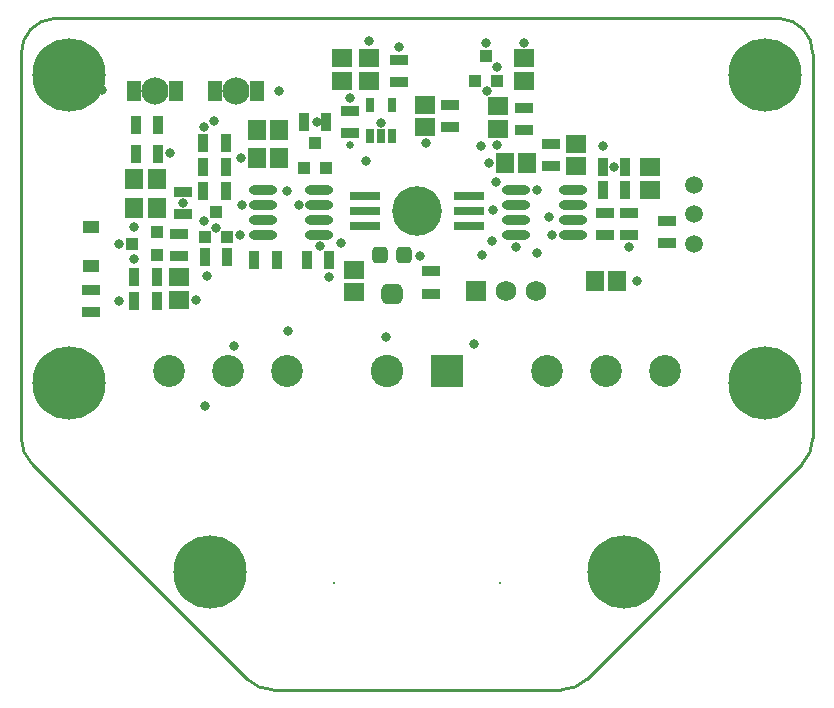
<source format=gts>
G04*
G04 #@! TF.GenerationSoftware,Altium Limited,CircuitStudio,1.5.2 (1.5.2.30)*
G04*
G04 Layer_Color=20142*
%FSLAX44Y44*%
%MOMM*%
G71*
G01*
G75*
%ADD23C,0.2540*%
%ADD42R,1.5032X0.9032*%
%ADD43R,1.4232X1.1132*%
%ADD44R,1.1532X1.8032*%
%ADD45R,1.5032X1.8032*%
%ADD46R,1.8032X1.5032*%
%ADD47R,1.0160X1.1176*%
%ADD48R,1.1176X1.0160*%
%ADD49R,0.9032X1.5032*%
%ADD50O,2.4032X0.8032*%
%ADD51R,0.8032X1.2032*%
%ADD52R,2.5032X0.8032*%
G04:AMPARAMS|DCode=53|XSize=1.4032mm|YSize=1.4032mm|CornerRadius=0.4016mm|HoleSize=0mm|Usage=FLASHONLY|Rotation=180.000|XOffset=0mm|YOffset=0mm|HoleType=Round|Shape=RoundedRectangle|*
%AMROUNDEDRECTD53*
21,1,1.4032,0.6000,0,0,180.0*
21,1,0.6000,1.4032,0,0,180.0*
1,1,0.8032,-0.3000,0.3000*
1,1,0.8032,0.3000,0.3000*
1,1,0.8032,0.3000,-0.3000*
1,1,0.8032,-0.3000,-0.3000*
%
%ADD53ROUNDEDRECTD53*%
G04:AMPARAMS|DCode=54|XSize=1.8032mm|YSize=1.7032mm|CornerRadius=0.4766mm|HoleSize=0mm|Usage=FLASHONLY|Rotation=180.000|XOffset=0mm|YOffset=0mm|HoleType=Round|Shape=RoundedRectangle|*
%AMROUNDEDRECTD54*
21,1,1.8032,0.7500,0,0,180.0*
21,1,0.8500,1.7032,0,0,180.0*
1,1,0.9532,-0.4250,0.3750*
1,1,0.9532,0.4250,0.3750*
1,1,0.9532,0.4250,-0.3750*
1,1,0.9532,-0.4250,-0.3750*
%
%ADD54ROUNDEDRECTD54*%
%ADD55C,0.2032*%
%ADD56C,2.3032*%
%ADD57C,4.2032*%
%ADD58C,6.2032*%
%ADD59R,1.7272X1.7272*%
%ADD60C,1.7272*%
%ADD61C,2.7032*%
%ADD62C,2.7432*%
%ADD63R,2.7432X2.7432*%
%ADD64C,1.5032*%
%ADD65C,0.8032*%
%ADD66C,0.6532*%
D23*
X160000Y452700D02*
G03*
X168980Y431020I30661J0D01*
G01*
X351020Y248980D02*
G03*
X372700Y240000I21680J21680D01*
G01*
X617300D02*
G03*
X638980Y248980I0J30661D01*
G01*
X821020Y431020D02*
G03*
X830000Y452700I-21680J21680D01*
G01*
Y778300D02*
G03*
X801580Y808300I-29210J790D01*
G01*
X188420D02*
G03*
X160000Y778300I790J-29210D01*
G01*
Y452700D02*
Y458300D01*
X168980Y431020D02*
X351020Y248980D01*
X372700Y240000D02*
X617300D01*
X638980Y248980D02*
X821020Y431020D01*
X830000Y452700D02*
Y458300D01*
X188420Y808300D02*
X801580D01*
X830000Y458300D02*
Y778300D01*
X160000Y458300D02*
Y778300D01*
D42*
X707000Y617750D02*
D03*
Y636750D02*
D03*
X296880Y642460D02*
D03*
Y661460D02*
D03*
X653750Y624680D02*
D03*
Y643680D02*
D03*
X608030Y683100D02*
D03*
Y702100D02*
D03*
X674070Y624680D02*
D03*
Y643680D02*
D03*
X506430Y594150D02*
D03*
Y575150D02*
D03*
X585170Y713580D02*
D03*
Y732580D02*
D03*
X218840Y559500D02*
D03*
Y578500D02*
D03*
X522940Y735120D02*
D03*
Y716120D02*
D03*
X479760Y773220D02*
D03*
Y754220D02*
D03*
X437850Y730040D02*
D03*
Y711040D02*
D03*
X293070Y625900D02*
D03*
Y606900D02*
D03*
D43*
X218840Y598650D02*
D03*
Y631350D02*
D03*
D44*
X359840Y747000D02*
D03*
X323840D02*
D03*
X291260D02*
D03*
X255260D02*
D03*
D45*
X664520Y585920D02*
D03*
X645520D02*
D03*
X359160Y714190D02*
D03*
X378160D02*
D03*
X359160Y690060D02*
D03*
X378160D02*
D03*
X569320Y686250D02*
D03*
X588320D02*
D03*
X274630Y672280D02*
D03*
X255630D02*
D03*
X274630Y648150D02*
D03*
X255630D02*
D03*
D46*
X629620Y683100D02*
D03*
Y702100D02*
D03*
X585170Y774490D02*
D03*
Y755490D02*
D03*
X454360Y774490D02*
D03*
Y755490D02*
D03*
X563580Y733850D02*
D03*
Y714850D02*
D03*
X501350Y716120D02*
D03*
Y735120D02*
D03*
X441660Y576420D02*
D03*
Y595420D02*
D03*
X293070Y589070D02*
D03*
Y570070D02*
D03*
X691840Y682418D02*
D03*
Y663418D02*
D03*
X431840Y774452D02*
D03*
Y755452D02*
D03*
D47*
X399064Y682012D02*
D03*
X418216D02*
D03*
X408564Y703188D02*
D03*
X315244Y623592D02*
D03*
X334396D02*
D03*
X324744Y644768D02*
D03*
X543844Y755672D02*
D03*
X562996D02*
D03*
X553344Y776848D02*
D03*
D48*
X274448Y608094D02*
D03*
Y627246D02*
D03*
X253272Y617594D02*
D03*
D49*
X376230Y603700D02*
D03*
X357230D02*
D03*
X399140Y720540D02*
D03*
X418140D02*
D03*
X333050Y682440D02*
D03*
X314050D02*
D03*
X671340Y663384D02*
D03*
X652340D02*
D03*
X420680Y603700D02*
D03*
X401680D02*
D03*
X315320Y606240D02*
D03*
X334320D02*
D03*
X314050Y702760D02*
D03*
X333050D02*
D03*
X255630Y569410D02*
D03*
X274630D02*
D03*
X255630Y589730D02*
D03*
X274630D02*
D03*
X275900Y693870D02*
D03*
X256900D02*
D03*
X333050Y662120D02*
D03*
X314050D02*
D03*
X275900Y718300D02*
D03*
X256900D02*
D03*
X671340Y682452D02*
D03*
X652340D02*
D03*
D50*
X364320Y663390D02*
D03*
Y650690D02*
D03*
Y637990D02*
D03*
Y625290D02*
D03*
X412320Y663390D02*
D03*
Y650690D02*
D03*
Y637990D02*
D03*
Y625290D02*
D03*
X578950Y663390D02*
D03*
Y650690D02*
D03*
Y637990D02*
D03*
Y625290D02*
D03*
X626950Y663390D02*
D03*
Y650690D02*
D03*
Y637990D02*
D03*
Y625290D02*
D03*
D51*
X455020Y708808D02*
D03*
X464520D02*
D03*
X474020D02*
D03*
Y734812D02*
D03*
X455020D02*
D03*
D52*
X538750Y645610D02*
D03*
Y632910D02*
D03*
Y658310D02*
D03*
X451250D02*
D03*
Y632910D02*
D03*
Y645610D02*
D03*
D53*
X483838Y607575D02*
D03*
X463838D02*
D03*
D54*
X473838Y574576D02*
D03*
D55*
X565000Y329952D02*
D03*
X425000D02*
D03*
D56*
X341840Y747250D02*
D03*
X273260D02*
D03*
D57*
X495000Y645610D02*
D03*
D58*
X200000Y500000D02*
D03*
Y760000D02*
D03*
X790000D02*
D03*
Y500000D02*
D03*
X670000Y339952D02*
D03*
X320000D02*
D03*
D59*
X544940Y577750D02*
D03*
D60*
X570340D02*
D03*
X595740D02*
D03*
D61*
X605000Y509750D02*
D03*
X655000D02*
D03*
X705000D02*
D03*
X285000D02*
D03*
X335000D02*
D03*
X385000D02*
D03*
D62*
X469200Y509952D02*
D03*
D63*
X520000D02*
D03*
D64*
X729340Y667452D02*
D03*
Y642452D02*
D03*
Y617452D02*
D03*
D65*
X468750Y538452D02*
D03*
X315250Y480452D02*
D03*
X296840Y651920D02*
D03*
X497628Y606788D02*
D03*
X451840Y688000D02*
D03*
X430840Y618000D02*
D03*
X412800Y616000D02*
D03*
X561840Y670000D02*
D03*
X606840Y640000D02*
D03*
X559140Y645685D02*
D03*
X345140Y625290D02*
D03*
X345800Y690060D02*
D03*
X578820Y615130D02*
D03*
X596600Y663390D02*
D03*
Y610050D02*
D03*
X555960Y686250D02*
D03*
X652480Y700220D02*
D03*
X394670Y650690D02*
D03*
X409910Y720540D02*
D03*
X242270Y617670D02*
D03*
Y569410D02*
D03*
X254970Y604970D02*
D03*
X307700Y570070D02*
D03*
X314660Y636720D02*
D03*
Y716730D02*
D03*
X384510Y662120D02*
D03*
X543260Y532580D02*
D03*
X346410Y650690D02*
D03*
X340060Y531310D02*
D03*
X254970Y631640D02*
D03*
X558500Y620210D02*
D03*
X502620Y702760D02*
D03*
X464520Y720020D02*
D03*
X437850Y740860D02*
D03*
X562996Y766946D02*
D03*
X562310Y701490D02*
D03*
X585170Y787850D02*
D03*
X553420D02*
D03*
X479760Y784040D02*
D03*
X454360Y789120D02*
D03*
X420070Y589730D02*
D03*
X548840Y700000D02*
D03*
X549840Y608000D02*
D03*
X680840Y586000D02*
D03*
X385839Y543999D02*
D03*
X553840Y747000D02*
D03*
X316840Y590000D02*
D03*
X378340Y747000D02*
D03*
X323279Y721232D02*
D03*
X324840Y630685D02*
D03*
X286260Y694300D02*
D03*
X228260Y747300D02*
D03*
X661840Y682452D02*
D03*
X609340Y624952D02*
D03*
X674340Y614952D02*
D03*
D66*
X437850Y700990D02*
D03*
M02*

</source>
